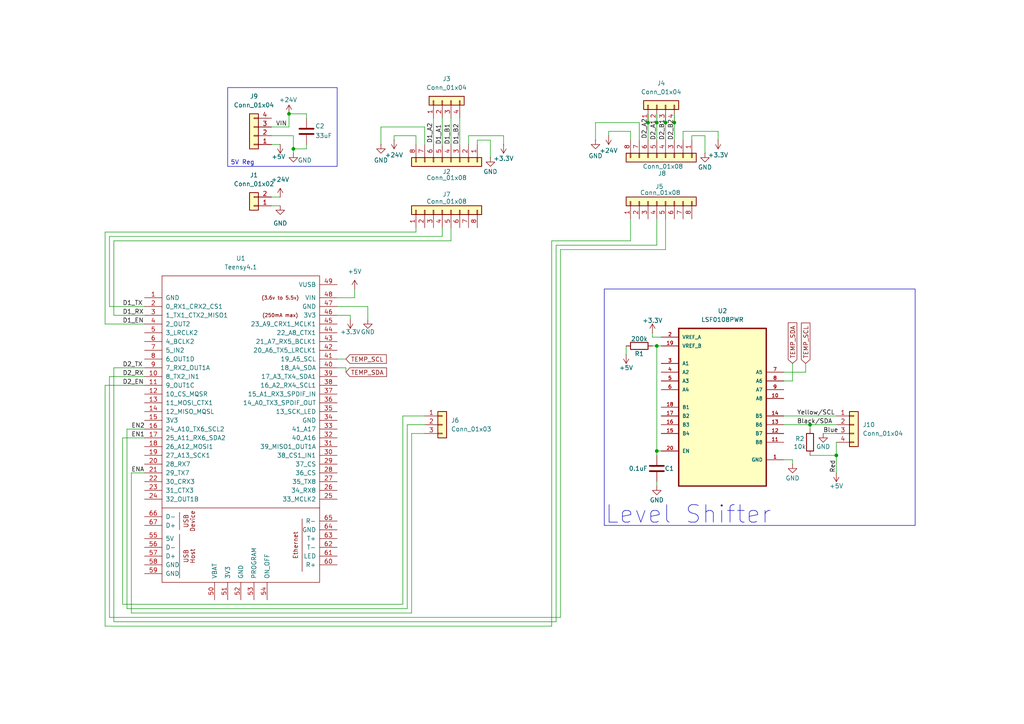
<source format=kicad_sch>
(kicad_sch (version 20231120) (generator "eeschema") (generator_version "8.0")
  (paper "A4")
  (lib_symbols
    (symbol "Connector_Generic:Conn_01x02" (pin_names (offset 1.016) hide)
      (property "Reference" "J" (at 0 2.54 0))
      (property "Value" "Conn_01x02" (at 0 -5.08 0))
      (symbol "Conn_01x02_1_1"
        (rectangle (start -1.27 -2.413) (end 0 -2.667) (stroke (width 0.1524)))
        (rectangle (start -1.27 0.127) (end 0 -0.127) (stroke (width 0.1524)))
        (rectangle (start -1.27 1.27) (end 1.27 -3.81) (stroke (width 0.254)) (fill (type background)))
        (pin passive line (at -5.08 0 0) (length 3.81) (name "Pin_1") (number "1"))
        (pin passive line (at -5.08 -2.54 0) (length 3.81) (name "Pin_2") (number "2"))
      )
    )
    (symbol "Connector_Generic:Conn_01x03" (pin_names (offset 1.016) hide)
      (property "Reference" "J" (at 0 5.08 0))
      (property "Value" "Conn_01x03" (at 0 -5.08 0))
      (symbol "Conn_01x03_1_1"
        (rectangle (start -1.27 -2.413) (end 0 -2.667) (stroke (width 0.1524)))
        (rectangle (start -1.27 0.127) (end 0 -0.127) (stroke (width 0.1524)))
        (rectangle (start -1.27 2.667) (end 0 2.413) (stroke (width 0.1524)))
        (rectangle (start -1.27 3.81) (end 1.27 -3.81) (stroke (width 0.254)) (fill (type background)))
        (pin passive line (at -5.08 2.54 0) (length 3.81) (name "Pin_1") (number "1"))
        (pin passive line (at -5.08 0 0) (length 3.81) (name "Pin_2") (number "2"))
        (pin passive line (at -5.08 -2.54 0) (length 3.81) (name "Pin_3") (number "3"))
      )
    )
    (symbol "Connector_Generic:Conn_01x04" (pin_names (offset 1.016) hide)
      (property "Reference" "J" (at 0 5.08 0))
      (property "Value" "Conn_01x04" (at 0 -7.62 0))
      (symbol "Conn_01x04_1_1"
        (rectangle (start -1.27 -4.953) (end 0 -5.207) (stroke (width 0.1524)))
        (rectangle (start -1.27 -2.413) (end 0 -2.667) (stroke (width 0.1524)))
        (rectangle (start -1.27 0.127) (end 0 -0.127) (stroke (width 0.1524)))
        (rectangle (start -1.27 2.667) (end 0 2.413) (stroke (width 0.1524)))
        (rectangle (start -1.27 3.81) (end 1.27 -6.35) (stroke (width 0.254)) (fill (type background)))
        (pin passive line (at -5.08 2.54 0) (length 3.81) (name "Pin_1") (number "1"))
        (pin passive line (at -5.08 0 0) (length 3.81) (name "Pin_2") (number "2"))
        (pin passive line (at -5.08 -2.54 0) (length 3.81) (name "Pin_3") (number "3"))
        (pin passive line (at -5.08 -5.08 0) (length 3.81) (name "Pin_4") (number "4"))
      )
    )
    (symbol "Connector_Generic:Conn_01x08" (pin_names (offset 1.016) hide)
      (property "Reference" "J" (at 0 10.16 0))
      (property "Value" "Conn_01x08" (at 0 -12.7 0))
      (symbol "Conn_01x08_1_1"
        (rectangle (start -1.27 -10.033) (end 0 -10.287) (stroke (width 0.1524)))
        (rectangle (start -1.27 -7.493) (end 0 -7.747) (stroke (width 0.1524)))
        (rectangle (start -1.27 -4.953) (end 0 -5.207) (stroke (width 0.1524)))
        (rectangle (start -1.27 -2.413) (end 0 -2.667) (stroke (width 0.1524)))
        (rectangle (start -1.27 0.127) (end 0 -0.127) (stroke (width 0.1524)))
        (rectangle (start -1.27 2.667) (end 0 2.413) (stroke (width 0.1524)))
        (rectangle (start -1.27 5.207) (end 0 4.953) (stroke (width 0.1524)))
        (rectangle (start -1.27 7.747) (end 0 7.493) (stroke (width 0.1524)))
        (rectangle (start -1.27 8.89) (end 1.27 -11.43) (stroke (width 0.254)) (fill (type background)))
        (pin passive line (at -5.08 7.62 0) (length 3.81) (name "Pin_1") (number "1"))
        (pin passive line (at -5.08 5.08 0) (length 3.81) (name "Pin_2") (number "2"))
        (pin passive line (at -5.08 2.54 0) (length 3.81) (name "Pin_3") (number "3"))
        (pin passive line (at -5.08 0 0) (length 3.81) (name "Pin_4") (number "4"))
        (pin passive line (at -5.08 -2.54 0) (length 3.81) (name "Pin_5") (number "5"))
        (pin passive line (at -5.08 -5.08 0) (length 3.81) (name "Pin_6") (number "6"))
        (pin passive line (at -5.08 -7.62 0) (length 3.81) (name "Pin_7") (number "7"))
        (pin passive line (at -5.08 -10.16 0) (length 3.81) (name "Pin_8") (number "8"))
      )
    )
    (symbol "Device:C" (pin_numbers hide) (pin_names (offset 0.254))
      (property "Reference" "C" (at 0.635 2.54 0))
      (property "Value" "C" (at 0.635 -2.54 0))
      (symbol "C_0_1"
        (polyline (pts (xy -2.032 -0.762) (xy 2.032 -0.762)) (stroke (width 0.508)))
        (polyline (pts (xy -2.032 0.762) (xy 2.032 0.762)) (stroke (width 0.508)))
      )
      (symbol "C_1_1"
        (pin passive line (at 0 3.81 270) (length 2.794) (name "~") (number "1"))
        (pin passive line (at 0 -3.81 90) (length 2.794) (name "~") (number "2"))
      )
    )
    (symbol "Device:R" (pin_numbers hide) (pin_names (offset 0))
      (property "Reference" "R" (at 2.032 0 90))
      (property "Value" "R" (at 0 0 90))
      (symbol "R_0_1"
        (rectangle (start -1.016 -2.54) (end 1.016 2.54) (stroke (width 0.254)))
      )
      (symbol "R_1_1"
        (pin passive line (at 0 3.81 270) (length 1.27) (name "~") (number "1"))
        (pin passive line (at 0 -3.81 90) (length 1.27) (name "~") (number "2"))
      )
    )
    (symbol "LSF0108PWR:LSF0108PWR" (pin_names (offset 1.016))
      (property "Reference" "U" (at -12.7 23.86 0))
      (property "Value" "LSF0108PWR" (at -12.7 -26.86 0))
      (symbol "LSF0108PWR_0_0"
        (rectangle (start -12.7 -22.86) (end 12.7 22.86) (stroke (width 0.41)) (fill (type background)))
        (pin power_in line (at 17.78 -15.24 180) (length 5.08) (name "GND") (number "1"))
        (pin bidirectional line (at 17.78 2.54 180) (length 5.08) (name "A8") (number "10"))
        (pin bidirectional line (at 17.78 -10.16 180) (length 5.08) (name "B8") (number "11"))
        (pin bidirectional line (at 17.78 -7.62 180) (length 5.08) (name "B7") (number "12"))
        (pin bidirectional line (at 17.78 -5.08 180) (length 5.08) (name "B6") (number "13"))
        (pin bidirectional line (at 17.78 -2.54 180) (length 5.08) (name "B5") (number "14"))
        (pin bidirectional line (at -17.78 -7.62 0) (length 5.08) (name "B4") (number "15"))
        (pin bidirectional line (at -17.78 -5.08 0) (length 5.08) (name "B3") (number "16"))
        (pin bidirectional line (at -17.78 -2.54 0) (length 5.08) (name "B2") (number "17"))
        (pin bidirectional line (at -17.78 0 0) (length 5.08) (name "B1") (number "18"))
        (pin input line (at -17.78 17.78 0) (length 5.08) (name "VREF_B") (number "19"))
        (pin input line (at -17.78 20.32 0) (length 5.08) (name "VREF_A") (number "2"))
        (pin bidirectional line (at -17.78 -12.7 0) (length 5.08) (name "EN") (number "20"))
        (pin bidirectional line (at -17.78 12.7 0) (length 5.08) (name "A1") (number "3"))
        (pin bidirectional line (at -17.78 10.16 0) (length 5.08) (name "A2") (number "4"))
        (pin bidirectional line (at -17.78 7.62 0) (length 5.08) (name "A3") (number "5"))
        (pin bidirectional line (at -17.78 5.08 0) (length 5.08) (name "A4") (number "6"))
        (pin bidirectional line (at 17.78 10.16 180) (length 5.08) (name "A5") (number "7"))
        (pin bidirectional line (at 17.78 7.62 180) (length 5.08) (name "A6") (number "8"))
        (pin bidirectional line (at 17.78 5.08 180) (length 5.08) (name "A7") (number "9"))
      )
    )
    (symbol "power:+24V" (power) (pin_numbers hide) (pin_names (offset 0) hide)
      (property "Value" "+24V" (at 0 3.556 0))
      (symbol "+24V_0_1"
        (polyline (pts (xy -0.762 1.27) (xy 0 2.54)))
        (polyline (pts (xy 0 0) (xy 0 2.54)))
        (polyline (pts (xy 0 2.54) (xy 0.762 1.27)))
      )
      (symbol "+24V_1_1"
        (pin power_in line (at 0 0 90) (length 0) (name "~") (number "1"))
      )
    )
    (symbol "power:+3.3V" (power) (pin_numbers hide) (pin_names (offset 0) hide)
      (property "Value" "+3.3V" (at 0 3.556 0))
      (symbol "+3.3V_0_1"
        (polyline (pts (xy -0.762 1.27) (xy 0 2.54)))
        (polyline (pts (xy 0 0) (xy 0 2.54)))
        (polyline (pts (xy 0 2.54) (xy 0.762 1.27)))
      )
      (symbol "+3.3V_1_1"
        (pin power_in line (at 0 0 90) (length 0) (name "~") (number "1"))
      )
    )
    (symbol "power:+5V" (power) (pin_numbers hide) (pin_names (offset 0) hide)
      (property "Value" "+5V" (at 0 3.556 0))
      (symbol "+5V_0_1"
        (polyline (pts (xy -0.762 1.27) (xy 0 2.54)))
        (polyline (pts (xy 0 0) (xy 0 2.54)))
        (polyline (pts (xy 0 2.54) (xy 0.762 1.27)))
      )
      (symbol "+5V_1_1"
        (pin power_in line (at 0 0 90) (length 0) (name "~") (number "1"))
      )
    )
    (symbol "power:GND" (power) (pin_numbers hide) (pin_names (offset 0) hide)
      (property "Value" "GND" (at 0 -3.81 0))
      (symbol "GND_0_1"
        (polyline (pts (xy 0 0) (xy 0 -1.27) (xy 1.27 -1.27) (xy 0 -2.54) (xy -1.27 -1.27) (xy 0 -1.27)))
      )
      (symbol "GND_1_1"
        (pin power_in line (at 0 0 270) (length 0) (name "~") (number "1"))
      )
    )
    (symbol "teensy:Teensy4.1" (pin_names (offset 1.016))
      (property "Reference" "U" (at 0 64.77 0))
      (property "Value" "Teensy4.1" (at 0 62.23 0))
      (symbol "Teensy4.1_0_0"
        (polyline (pts (xy -22.86 -6.35) (xy 22.86 -6.35)))
        (polyline (pts (xy -17.78 -26.67) (xy -17.78 -13.97)))
        (polyline (pts (xy -17.78 -7.62) (xy -17.78 -12.7)))
        (polyline (pts (xy 17.78 -9.525) (xy 17.78 -24.765)))
        (text "(250mA max)" (at 11.43 49.53 0) (effects (font (size 1.016 1.016))))
        (text "(3.6v to 5.5v)" (at 11.43 54.61 0) (effects (font (size 1.016 1.016))))
        (text "Device" (at -13.97 -10.16 900) (effects (font (size 1.27 1.27))))
        (text "Ethernet" (at 15.875 -17.145 900) (effects (font (size 1.27 1.27))))
        (text "Host" (at -13.97 -20.32 900) (effects (font (size 1.27 1.27))))
        (text "USB" (at -15.875 -20.32 900) (effects (font (size 1.27 1.27))))
        (text "USB" (at -15.875 -10.16 900) (effects (font (size 1.27 1.27))))
        (pin bidirectional line (at -27.94 31.75 0) (length 5.08) (name "8_TX2_IN1") (number "10"))
        (pin bidirectional line (at -27.94 29.21 0) (length 5.08) (name "9_OUT1C") (number "11"))
        (pin bidirectional line (at -27.94 26.67 0) (length 5.08) (name "10_CS_MQSR") (number "12"))
        (pin bidirectional line (at -27.94 24.13 0) (length 5.08) (name "11_MOSI_CTX1") (number "13"))
        (pin bidirectional line (at -27.94 21.59 0) (length 5.08) (name "12_MISO_MQSL") (number "14"))
        (pin power_in line (at -27.94 19.05 0) (length 5.08) (name "3V3") (number "15"))
        (pin bidirectional line (at -27.94 16.51 0) (length 5.08) (name "24_A10_TX6_SCL2") (number "16"))
        (pin bidirectional line (at -27.94 13.97 0) (length 5.08) (name "25_A11_RX6_SDA2") (number "17"))
        (pin bidirectional line (at -27.94 11.43 0) (length 5.08) (name "26_A12_MOSI1") (number "18"))
        (pin bidirectional line (at -27.94 8.89 0) (length 5.08) (name "27_A13_SCK1") (number "19"))
        (pin bidirectional line (at -27.94 6.35 0) (length 5.08) (name "28_RX7") (number "20"))
        (pin bidirectional line (at -27.94 3.81 0) (length 5.08) (name "29_TX7") (number "21"))
        (pin bidirectional line (at -27.94 1.27 0) (length 5.08) (name "30_CRX3") (number "22"))
        (pin bidirectional line (at -27.94 -1.27 0) (length 5.08) (name "31_CTX3") (number "23"))
        (pin bidirectional line (at -27.94 -3.81 0) (length 5.08) (name "32_OUT1B") (number "24"))
        (pin bidirectional line (at 27.94 -3.81 180) (length 5.08) (name "33_MCLK2") (number "25"))
        (pin bidirectional line (at 27.94 -1.27 180) (length 5.08) (name "34_RX8") (number "26"))
        (pin bidirectional line (at 27.94 1.27 180) (length 5.08) (name "35_TX8") (number "27"))
        (pin bidirectional line (at 27.94 3.81 180) (length 5.08) (name "36_CS") (number "28"))
        (pin bidirectional line (at 27.94 6.35 180) (length 5.08) (name "37_CS") (number "29"))
        (pin bidirectional line (at 27.94 8.89 180) (length 5.08) (name "38_CS1_IN1") (number "30"))
        (pin bidirectional line (at 27.94 11.43 180) (length 5.08) (name "39_MISO1_OUT1A") (number "31"))
        (pin bidirectional line (at 27.94 13.97 180) (length 5.08) (name "40_A16") (number "32"))
        (pin bidirectional line (at 27.94 16.51 180) (length 5.08) (name "41_A17") (number "33"))
        (pin bidirectional line (at 27.94 21.59 180) (length 5.08) (name "13_SCK_LED") (number "35"))
        (pin bidirectional line (at 27.94 24.13 180) (length 5.08) (name "14_A0_TX3_SPDIF_OUT") (number "36"))
        (pin bidirectional line (at 27.94 26.67 180) (length 5.08) (name "15_A1_RX3_SPDIF_IN") (number "37"))
        (pin bidirectional line (at 27.94 29.21 180) (length 5.08) (name "16_A2_RX4_SCL1") (number "38"))
        (pin bidirectional line (at 27.94 31.75 180) (length 5.08) (name "17_A3_TX4_SDA1") (number "39"))
        (pin bidirectional line (at 27.94 34.29 180) (length 5.08) (name "18_A4_SDA") (number "40"))
        (pin bidirectional line (at 27.94 36.83 180) (length 5.08) (name "19_A5_SCL") (number "41"))
        (pin bidirectional line (at 27.94 39.37 180) (length 5.08) (name "20_A6_TX5_LRCLK1") (number "42"))
        (pin bidirectional line (at 27.94 41.91 180) (length 5.08) (name "21_A7_RX5_BCLK1") (number "43"))
        (pin bidirectional line (at 27.94 44.45 180) (length 5.08) (name "22_A8_CTX1") (number "44"))
        (pin bidirectional line (at 27.94 46.99 180) (length 5.08) (name "23_A9_CRX1_MCLK1") (number "45"))
        (pin output line (at 27.94 49.53 180) (length 5.08) (name "3V3") (number "46"))
        (pin output line (at 27.94 52.07 180) (length 5.08) (name "GND") (number "47"))
        (pin power_in line (at 27.94 54.61 180) (length 5.08) (name "VIN") (number "48"))
        (pin power_out line (at 27.94 58.42 180) (length 5.08) (name "VUSB") (number "49"))
        (pin bidirectional line (at -27.94 44.45 0) (length 5.08) (name "3_LRCLK2") (number "5"))
        (pin power_in line (at -7.62 -33.02 90) (length 5.08) (name "VBAT") (number "50"))
        (pin power_in line (at -3.81 -33.02 90) (length 5.08) (name "3V3") (number "51"))
        (pin input line (at 0 -33.02 90) (length 5.08) (name "GND") (number "52"))
        (pin input line (at 3.81 -33.02 90) (length 5.08) (name "PROGRAM") (number "53"))
        (pin input line (at 7.62 -33.02 90) (length 5.08) (name "ON_OFF") (number "54"))
        (pin power_out line (at -27.94 -15.24 0) (length 5.08) (name "5V") (number "55"))
        (pin bidirectional line (at -27.94 -17.78 0) (length 5.08) (name "D-") (number "56"))
        (pin bidirectional line (at -27.94 -20.32 0) (length 5.08) (name "D+") (number "57"))
        (pin power_in line (at -27.94 -22.86 0) (length 5.08) (name "GND") (number "58"))
        (pin power_in line (at -27.94 -25.4 0) (length 5.08) (name "GND") (number "59"))
        (pin bidirectional line (at -27.94 41.91 0) (length 5.08) (name "4_BCLK2") (number "6"))
        (pin bidirectional line (at 27.94 -22.86 180) (length 5.08) (name "R+") (number "60"))
        (pin bidirectional line (at 27.94 -20.32 180) (length 5.08) (name "LED") (number "61"))
        (pin bidirectional line (at 27.94 -17.78 180) (length 5.08) (name "T-") (number "62"))
        (pin bidirectional line (at 27.94 -15.24 180) (length 5.08) (name "T+") (number "63"))
        (pin power_in line (at 27.94 -12.7 180) (length 5.08) (name "GND") (number "64"))
        (pin bidirectional line (at 27.94 -10.16 180) (length 5.08) (name "R-") (number "65"))
        (pin bidirectional line (at -27.94 -8.89 0) (length 5.08) (name "D-") (number "66"))
        (pin bidirectional line (at -27.94 -11.43 0) (length 5.08) (name "D+") (number "67"))
        (pin bidirectional line (at -27.94 39.37 0) (length 5.08) (name "5_IN2") (number "7"))
        (pin bidirectional line (at -27.94 36.83 0) (length 5.08) (name "6_OUT1D") (number "8"))
        (pin bidirectional line (at -27.94 34.29 0) (length 5.08) (name "7_RX2_OUT1A") (number "9"))
      )
      (symbol "Teensy4.1_0_1"
        (rectangle (start -22.86 60.96) (end 22.86 -27.94))
        (rectangle (start -20.32 -1.27) (end -20.32 -1.27))
      )
      (symbol "Teensy4.1_1_1"
        (pin power_in line (at -27.94 54.61 0) (length 5.08) (name "GND") (number "1"))
        (pin bidirectional line (at -27.94 52.07 0) (length 5.08) (name "0_RX1_CRX2_CS1") (number "2"))
        (pin bidirectional line (at -27.94 49.53 0) (length 5.08) (name "1_TX1_CTX2_MISO1") (number "3"))
        (pin power_in line (at 27.94 19.05 180) (length 5.08) (name "GND") (number "34"))
        (pin bidirectional line (at -27.94 46.99 0) (length 5.08) (name "2_OUT2") (number "4"))
      )
    )
  )
  (junction (at 85.09 43.18))
  (junction (at 190.5 35.56))
  (junction (at 83.82 33.02))
  (junction (at 242.57 132.08))
  (junction (at 195.58 35.56))
  (junction (at 187.96 35.56))
  (junction (at 190.5 100.33))
  (junction (at 190.5 130.81))
  (junction (at 193.04 35.56))
  (junction (at 234.95 123.19))
  (wire (pts (xy 208.28 38.1) (xy 208.28 40.64)))
  (wire (pts (xy 195.58 35.56) (xy 195.58 40.64)))
  (wire (pts (xy 33.02 91.44) (xy 33.02 69.85)))
  (wire (pts (xy 191.77 97.79) (xy 189.23 97.79)))
  (wire (pts (xy 97.79 91.44) (xy 101.6 91.44)))
  (wire (pts (xy 30.48 93.98) (xy 41.91 93.98)))
  (wire (pts (xy 138.43 40.64) (xy 142.24 40.64)))
  (wire (pts (xy 185.42 35.56) (xy 185.42 40.64)))
  (wire (pts (xy 190.5 130.81) (xy 190.5 132.08)))
  (wire (pts (xy 181.61 100.33) (xy 181.61 102.87)))
  (wire (pts (xy 33.02 106.68) (xy 33.02 180.34)))
  (wire (pts (xy 182.88 69.85) (xy 182.88 63.5)))
  (wire (pts (xy 146.05 39.37) (xy 146.05 41.91)))
  (wire (pts (xy 116.84 175.26) (xy 116.84 120.65)))
  (wire (pts (xy 229.87 133.35) (xy 229.87 134.62)))
  (wire (pts (xy 190.5 71.12) (xy 190.5 63.5)))
  (wire (pts (xy 78.74 57.15) (xy 81.28 57.15)))
  (wire (pts (xy 33.02 91.44) (xy 41.91 91.44)))
  (wire (pts (xy 198.12 40.64) (xy 198.12 38.1)))
  (wire (pts (xy 234.95 123.19) (xy 242.57 123.19)))
  (wire (pts (xy 227.33 123.19) (xy 234.95 123.19)))
  (wire (pts (xy 118.11 176.53) (xy 118.11 123.19)))
  (wire (pts (xy 33.02 180.34) (xy 161.29 180.34)))
  (wire (pts (xy 190.5 33.02) (xy 190.5 35.56)))
  (wire (pts (xy 128.27 66.04) (xy 128.27 68.58)))
  (wire (pts (xy 130.81 66.04) (xy 130.81 69.85)))
  (wire (pts (xy 227.33 133.35) (xy 229.87 133.35)))
  (wire (pts (xy 110.49 36.83) (xy 110.49 41.91)))
  (wire (pts (xy 193.04 63.5) (xy 193.04 72.39)))
  (wire (pts (xy 31.75 88.9) (xy 31.75 68.58)))
  (wire (pts (xy 120.65 41.91) (xy 120.65 39.37)))
  (wire (pts (xy 88.9 33.02) (xy 88.9 34.29)))
  (wire (pts (xy 135.89 39.37) (xy 146.05 39.37)))
  (wire (pts (xy 118.11 123.19) (xy 123.19 123.19)))
  (wire (pts (xy 106.68 88.9) (xy 106.68 92.71)))
  (wire (pts (xy 41.91 124.46) (xy 36.83 124.46)))
  (wire (pts (xy 30.48 67.31) (xy 120.65 67.31)))
  (wire (pts (xy 119.38 177.8) (xy 119.38 125.73)))
  (wire (pts (xy 78.74 59.69) (xy 81.28 59.69)))
  (wire (pts (xy 242.57 128.27) (xy 242.57 132.08)))
  (wire (pts (xy 130.81 34.29) (xy 130.81 41.91)))
  (wire (pts (xy 198.12 38.1) (xy 208.28 38.1)))
  (wire (pts (xy 227.33 120.65) (xy 242.57 120.65)))
  (wire (pts (xy 160.02 69.85) (xy 160.02 181.61)))
  (wire (pts (xy 190.5 100.33) (xy 190.5 130.81)))
  (wire (pts (xy 35.56 175.26) (xy 116.84 175.26)))
  (wire (pts (xy 41.91 137.16) (xy 38.1 137.16)))
  (wire (pts (xy 78.74 41.91) (xy 81.28 41.91)))
  (wire (pts (xy 97.79 106.68) (xy 100.33 106.68)))
  (wire (pts (xy 238.76 125.73) (xy 242.57 125.73)))
  (wire (pts (xy 31.75 109.22) (xy 31.75 179.07)))
  (wire (pts (xy 83.82 33.02) (xy 88.9 33.02)))
  (wire (pts (xy 120.65 66.04) (xy 120.65 67.31)))
  (wire (pts (xy 35.56 127) (xy 35.56 175.26)))
  (wire (pts (xy 233.68 105.41) (xy 233.68 107.95)))
  (wire (pts (xy 41.91 109.22) (xy 31.75 109.22)))
  (wire (pts (xy 176.53 38.1) (xy 182.88 38.1)))
  (wire (pts (xy 38.1 137.16) (xy 38.1 177.8)))
  (wire (pts (xy 97.79 86.36) (xy 102.87 86.36)))
  (wire (pts (xy 123.19 36.83) (xy 123.19 41.91)))
  (wire (pts (xy 229.87 105.41) (xy 229.87 110.49)))
  (wire (pts (xy 234.95 123.19) (xy 234.95 124.46)))
  (wire (pts (xy 101.6 91.44) (xy 101.6 92.71)))
  (wire (pts (xy 190.5 130.81) (xy 191.77 130.81)))
  (wire (pts (xy 187.96 33.02) (xy 187.96 35.56)))
  (wire (pts (xy 41.91 127) (xy 35.56 127)))
  (wire (pts (xy 116.84 120.65) (xy 123.19 120.65)))
  (wire (pts (xy 193.04 35.56) (xy 193.04 40.64)))
  (wire (pts (xy 114.3 39.37) (xy 120.65 39.37)))
  (wire (pts (xy 200.66 39.37) (xy 200.66 40.64)))
  (wire (pts (xy 30.48 111.76) (xy 30.48 181.61)))
  (wire (pts (xy 85.09 43.18) (xy 88.9 43.18)))
  (wire (pts (xy 123.19 36.83) (xy 110.49 36.83)))
  (wire (pts (xy 190.5 35.56) (xy 190.5 40.64)))
  (wire (pts (xy 160.02 69.85) (xy 182.88 69.85)))
  (wire (pts (xy 195.58 33.02) (xy 195.58 35.56)))
  (wire (pts (xy 85.09 43.18) (xy 85.09 44.45)))
  (wire (pts (xy 182.88 40.64) (xy 182.88 38.1)))
  (wire (pts (xy 85.09 39.37) (xy 85.09 43.18)))
  (wire (pts (xy 119.38 125.73) (xy 123.19 125.73)))
  (wire (pts (xy 133.35 34.29) (xy 133.35 41.91)))
  (wire (pts (xy 102.87 83.82) (xy 102.87 86.36)))
  (wire (pts (xy 97.79 104.14) (xy 100.33 104.14)))
  (wire (pts (xy 114.3 39.37) (xy 114.3 40.64)))
  (wire (pts (xy 193.04 33.02) (xy 193.04 35.56)))
  (wire (pts (xy 242.57 132.08) (xy 242.57 137.16)))
  (wire (pts (xy 125.73 34.29) (xy 125.73 41.91)))
  (wire (pts (xy 38.1 177.8) (xy 119.38 177.8)))
  (wire (pts (xy 138.43 40.64) (xy 138.43 41.91)))
  (wire (pts (xy 161.29 71.12) (xy 161.29 180.34)))
  (wire (pts (xy 31.75 179.07) (xy 162.56 179.07)))
  (wire (pts (xy 172.72 35.56) (xy 172.72 40.64)))
  (wire (pts (xy 162.56 72.39) (xy 193.04 72.39)))
  (wire (pts (xy 31.75 68.58) (xy 128.27 68.58)))
  (wire (pts (xy 30.48 67.31) (xy 30.48 93.98)))
  (wire (pts (xy 41.91 111.76) (xy 30.48 111.76)))
  (wire (pts (xy 162.56 72.39) (xy 162.56 179.07)))
  (wire (pts (xy 100.33 106.68) (xy 100.33 107.95)))
  (wire (pts (xy 185.42 35.56) (xy 172.72 35.56)))
  (wire (pts (xy 234.95 132.08) (xy 242.57 132.08)))
  (wire (pts (xy 161.29 71.12) (xy 190.5 71.12)))
  (wire (pts (xy 135.89 41.91) (xy 135.89 39.37)))
  (wire (pts (xy 36.83 176.53) (xy 118.11 176.53)))
  (wire (pts (xy 227.33 110.49) (xy 229.87 110.49)))
  (wire (pts (xy 41.91 106.68) (xy 33.02 106.68)))
  (wire (pts (xy 190.5 139.7) (xy 190.5 140.97)))
  (wire (pts (xy 200.66 39.37) (xy 204.47 39.37)))
  (wire (pts (xy 204.47 39.37) (xy 204.47 44.45)))
  (wire (pts (xy 31.75 88.9) (xy 41.91 88.9)))
  (wire (pts (xy 128.27 34.29) (xy 128.27 41.91)))
  (wire (pts (xy 78.74 39.37) (xy 85.09 39.37)))
  (wire (pts (xy 88.9 41.91) (xy 88.9 43.18)))
  (wire (pts (xy 176.53 38.1) (xy 176.53 39.37)))
  (wire (pts (xy 189.23 100.33) (xy 190.5 100.33)))
  (wire (pts (xy 78.74 36.83) (xy 83.82 36.83)))
  (wire (pts (xy 190.5 100.33) (xy 191.77 100.33)))
  (wire (pts (xy 97.79 88.9) (xy 106.68 88.9)))
  (wire (pts (xy 187.96 35.56) (xy 187.96 40.64)))
  (wire (pts (xy 33.02 69.85) (xy 130.81 69.85)))
  (wire (pts (xy 30.48 181.61) (xy 160.02 181.61)))
  (wire (pts (xy 83.82 33.02) (xy 83.82 36.83)))
  (wire (pts (xy 227.33 107.95) (xy 233.68 107.95)))
  (wire (pts (xy 36.83 124.46) (xy 36.83 176.53)))
  (wire (pts (xy 189.23 96.52) (xy 189.23 97.79)))
  (wire (pts (xy 142.24 40.64) (xy 142.24 45.72)))
  (rectangle (start 175.26 83.82) (end 265.43 152.4))
  (rectangle (start 66.04 25.4) (end 97.79 48.26))
  (text "Level Shifter" (at 199.644 149.352 0) (effects (font (size 5.08 5.08))))
  (text "5V Reg" (at 70.358 47.244 0) (effects (font (size 1.27 1.27))))
  (label "D1_TX" (at 35.56 88.9 0))
  (label "D2_B2" (at 195.58 40.64 90))
  (label "D2_B1" (at 193.04 40.64 90))
  (label "D1_B1" (at 130.81 41.91 90))
  (label "EN2" (at 38.1 124.46 0))
  (label "Yellow{slash}SCL" (at 231.14 120.65 0))
  (label "Red" (at 242.57 133.35 270))
  (label "ENA" (at 38.1 137.16 0))
  (label "D1_EN" (at 35.56 93.98 0))
  (label "Blue" (at 238.76 125.73 0))
  (label "D1_B2" (at 133.35 41.91 90))
  (label "D1_A1" (at 128.27 41.91 90))
  (label "D2_A2" (at 187.96 34.29 270))
  (label "D2_EN" (at 35.56 111.76 0))
  (label "Black{slash}SDA" (at 231.14 123.19 0))
  (label "D1_A2" (at 125.73 35.56 270))
  (label "D1_RX" (at 35.56 91.44 0))
  (label "VIN" (at 80.01 36.83 0))
  (label "D2_TX" (at 35.56 106.68 0))
  (label "D2_RX" (at 35.56 109.22 0))
  (label "EN1" (at 38.1 127 0))
  (label "D2_A1" (at 190.5 40.64 90))
  (global_label "TEMP_SDA" (shape input) (at 229.87 105.41 90) (property "Intersheetrefs" "${INTERSHEET_REFS}" (effects (hide yes))))
  (global_label "TEMP_SCL" (shape input) (at 233.68 105.41 90) (property "Intersheetrefs" "${INTERSHEET_REFS}" (effects (hide yes))))
  (global_label "TEMP_SCL" (shape input) (at 100.33 104.14 0) (property "Intersheetrefs" "${INTERSHEET_REFS}" (effects (hide yes))))
  (global_label "TEMP_SDA" (shape input) (at 100.33 107.95 0) (property "Intersheetrefs" "${INTERSHEET_REFS}" (effects (hide yes))))
  (symbol (lib_id "power:+3.3V") (at 189.23 96.52 0) (unit 1)
    (property "Reference" "#PWR017" (effects (hide yes)))
    (property "Value" "+3.3V" (at 189.23 92.964 0))
    (property "Description" "Power symbol creates a global label with name \"+3.3V\"" (effects (hide yes)))
  )
  (symbol (lib_id "power:+5V") (at 181.61 102.87 180) (unit 1)
    (property "Reference" "#PWR018" (effects (hide yes)))
    (property "Value" "+5V" (at 181.61 106.68 0))
    (property "Description" "Power symbol creates a global label with name \"+5V\"" (effects (hide yes)))
  )
  (symbol (lib_id "power:+5V") (at 102.87 83.82 0) (unit 1)
    (property "Reference" "#PWR014" (effects (hide yes)))
    (property "Value" "+5V" (at 102.87 78.74 0))
    (property "Description" "Power symbol creates a global label with name \"+5V\"" (effects (hide yes)))
  )
  (symbol (lib_id "Connector_Generic:Conn_01x04") (at 128.27 29.21 90) (unit 1)
    (property "Reference" "J3" (at 129.54 22.86 90))
    (property "Value" "Conn_01x04" (at 129.54 25.4 90))
    (property "Footprint" "Connector_JST:JST_EH_B4B-EH-A_1x04_P2.50mm_Vertical" (effects (hide yes)))
    (property "Description" "Generic connector, single row, 01x04, script generated (kicad-library-utils/schlib/autogen/connector/)" (effects (hide yes)))
  )
  (symbol (lib_id "power:GND") (at 229.87 134.62 0) (unit 1)
    (property "Reference" "#PWR020" (effects (hide yes)))
    (property "Value" "GND" (at 229.87 138.684 0))
    (property "Description" "Power symbol creates a global label with name \"GND\" , ground" (effects (hide yes)))
  )
  (symbol (lib_id "power:+24V") (at 176.53 39.37 180) (unit 1)
    (property "Reference" "#PWR06" (effects (hide yes)))
    (property "Value" "+24V" (at 176.53 43.688 0))
    (property "Description" "Power symbol creates a global label with name \"+24V\"" (effects (hide yes)))
  )
  (symbol (lib_id "power:+24V") (at 114.3 40.64 180) (unit 1)
    (property "Reference" "#PWR03" (effects (hide yes)))
    (property "Value" "+24V" (at 114.3 44.958 0))
    (property "Description" "Power symbol creates a global label with name \"+24V\"" (effects (hide yes)))
  )
  (symbol (lib_id "power:GND") (at 106.68 92.71 0) (unit 1)
    (property "Reference" "#PWR015" (effects (hide yes)))
    (property "Value" "GND" (at 106.68 96.266 0))
    (property "Description" "Power symbol creates a global label with name \"GND\" , ground" (effects (hide yes)))
  )
  (symbol (lib_id "Connector_Generic:Conn_01x04") (at 73.66 39.37 180) (unit 1)
    (property "Reference" "J9" (at 73.66 27.94 0))
    (property "Value" "Conn_01x04" (at 73.66 30.48 0))
    (property "Footprint" "Connector_PinSocket_2.54mm:PinSocket_1x04_P2.54mm_Vertical" (effects (hide yes)))
    (property "Description" "Generic connector, single row, 01x04, script generated (kicad-library-utils/schlib/autogen/connector/)" (effects (hide yes)))
  )
  (symbol (lib_id "teensy:Teensy4.1") (at 69.85 140.97 0) (unit 1)
    (property "Reference" "U1" (at 69.85 74.93 0))
    (property "Value" "Teensy4.1" (at 69.85 77.47 0))
    (property "Footprint" "teensy:Teensy41" (effects (hide yes)))
  )
  (symbol (lib_id "power:+24V") (at 81.28 57.15 0) (unit 1)
    (property "Reference" "#PWR01" (effects (hide yes)))
    (property "Value" "+24V" (at 81.28 52.07 0))
    (property "Description" "Power symbol creates a global label with name \"+24V\"" (effects (hide yes)))
  )
  (symbol (lib_id "power:+24V") (at 83.82 33.02 0) (unit 1)
    (property "Reference" "#PWR011" (effects (hide yes)))
    (property "Value" "+24V" (at 83.566 28.956 0))
    (property "Description" "Power symbol creates a global label with name \"+24V\"" (effects (hide yes)))
  )
  (symbol (lib_id "power:+5V") (at 242.57 137.16 180) (unit 1)
    (property "Reference" "#PWR022" (effects (hide yes)))
    (property "Value" "+5V" (at 242.57 140.97 0))
    (property "Description" "Power symbol creates a global label with name \"+5V\"" (effects (hide yes)))
  )
  (symbol (lib_id "Connector_Generic:Conn_01x08") (at 128.27 60.96 90) (unit 1)
    (property "Reference" "J7" (at 129.54 56.388 90))
    (property "Value" "Conn_01x08" (at 129.54 58.42 90))
    (property "Footprint" "Connector_PinSocket_2.54mm:PinSocket_1x08_P2.54mm_Vertical" (effects (hide yes)))
    (property "Description" "Generic connector, single row, 01x08, script generated (kicad-library-utils/schlib/autogen/connector/)" (effects (hide yes)))
  )
  (symbol (lib_id "Device:R") (at 185.42 100.33 90) (unit 1)
    (property "Reference" "R1" (at 185.42 102.616 90))
    (property "Value" "200k" (at 185.42 98.298 90))
    (property "Footprint" "Resistor_SMD:R_0603_1608Metric" (effects (hide yes)))
    (property "Description" "Resistor" (effects (hide yes)))
  )
  (symbol (lib_id "power:+3.3V") (at 208.28 40.64 180) (unit 1)
    (property "Reference" "#PWR010" (effects (hide yes)))
    (property "Value" "+3.3V" (at 208.28 44.958 0))
    (property "Description" "Power symbol creates a global label with name \"+3.3V\"" (effects (hide yes)))
  )
  (symbol (lib_id "Connector_Generic:Conn_01x03") (at 128.27 123.19 0) (unit 1)
    (property "Reference" "J6" (at 130.81 121.9199 0) (effects (justify left)))
    (property "Value" "Conn_01x03" (at 130.81 124.4599 0) (effects (justify left)))
    (property "Footprint" "Connector_JST:JST_EH_B3B-EH-A_1x03_P2.50mm_Vertical" (effects (hide yes)))
    (property "Description" "Generic connector, single row, 01x03, script generated (kicad-library-utils/schlib/autogen/connector/)" (effects (hide yes)))
  )
  (symbol (lib_id "Device:C") (at 190.5 135.89 0) (unit 1)
    (property "Reference" "C1" (at 192.786 135.89 0) (effects (justify left)))
    (property "Value" "0.1uF" (at 182.372 135.89 0) (effects (justify left)))
    (property "Footprint" "Capacitor_SMD:C_0603_1608Metric" (effects (hide yes)))
    (property "Description" "Unpolarized capacitor" (effects (hide yes)))
  )
  (symbol (lib_id "power:GND") (at 85.09 44.45 0) (unit 1)
    (property "Reference" "#PWR012" (effects (hide yes)))
    (property "Value" "GND" (at 88.392 46.482 0))
    (property "Description" "Power symbol creates a global label with name \"GND\" , ground" (effects (hide yes)))
  )
  (symbol (lib_id "power:GND") (at 238.76 125.73 0) (unit 1)
    (property "Reference" "#PWR021" (effects (hide yes)))
    (property "Value" "GND" (at 238.76 129.54 0))
    (property "Description" "Power symbol creates a global label with name \"GND\" , ground" (effects (hide yes)))
  )
  (symbol (lib_id "power:GND") (at 81.28 59.69 0) (unit 1)
    (property "Reference" "#PWR02" (effects (hide yes)))
    (property "Value" "GND" (at 81.28 64.77 0))
    (property "Description" "Power symbol creates a global label with name \"GND\" , ground" (effects (hide yes)))
  )
  (symbol (lib_id "Connector_Generic:Conn_01x08") (at 190.5 58.42 90) (unit 1)
    (property "Reference" "J5" (at 191.262 54.102 90))
    (property "Value" "Conn_01x08" (at 191.516 55.88 90))
    (property "Footprint" "Connector_PinSocket_2.54mm:PinSocket_1x08_P2.54mm_Vertical" (effects (hide yes)))
    (property "Description" "Generic connector, single row, 01x08, script generated (kicad-library-utils/schlib/autogen/connector/)" (effects (hide yes)))
  )
  (symbol (lib_id "Connector_Generic:Conn_01x04") (at 247.65 123.19 0) (unit 1)
    (property "Reference" "J10" (at 250.19 123.1899 0) (effects (justify left)))
    (property "Value" "Conn_01x04" (at 250.19 125.7299 0) (effects (justify left)))
    (property "Footprint" "Connector_JST:JST_EH_B4B-EH-A_1x04_P2.50mm_Vertical" (effects (hide yes)))
    (property "Description" "Generic connector, single row, 01x04, script generated (kicad-library-utils/schlib/autogen/connector/)" (effects (hide yes)))
  )
  (symbol (lib_id "power:GND") (at 110.49 41.91 0) (unit 1)
    (property "Reference" "#PWR04" (effects (hide yes)))
    (property "Value" "GND" (at 110.49 46.482 0))
    (property "Description" "Power symbol creates a global label with name \"GND\" , ground" (effects (hide yes)))
  )
  (symbol (lib_id "Connector_Generic:Conn_01x08") (at 130.81 46.99 270) (unit 1)
    (property "Reference" "J2" (at 129.54 49.784 90))
    (property "Value" "Conn_01x08" (at 129.54 51.562 90))
    (property "Footprint" "Connector_PinSocket_2.54mm:PinSocket_1x08_P2.54mm_Vertical" (effects (hide yes)))
    (property "Description" "Generic connector, single row, 01x08, script generated (kicad-library-utils/schlib/autogen/connector/)" (effects (hide yes)))
  )
  (symbol (lib_id "power:GND") (at 142.24 45.72 0) (unit 1)
    (property "Reference" "#PWR05" (effects (hide yes)))
    (property "Value" "GND" (at 142.24 49.784 0))
    (property "Description" "Power symbol creates a global label with name \"GND\" , ground" (effects (hide yes)))
  )
  (symbol (lib_id "power:GND") (at 190.5 140.97 0) (unit 1)
    (property "Reference" "#PWR019" (effects (hide yes)))
    (property "Value" "GND" (at 190.5 145.034 0))
    (property "Description" "Power symbol creates a global label with name \"GND\" , ground" (effects (hide yes)))
  )
  (symbol (lib_id "power:+3.3V") (at 146.05 41.91 180) (unit 1)
    (property "Reference" "#PWR09" (effects (hide yes)))
    (property "Value" "+3.3V" (at 146.05 45.974 0))
    (property "Description" "Power symbol creates a global label with name \"+3.3V\"" (effects (hide yes)))
  )
  (symbol (lib_id "power:+3.3V") (at 101.6 92.71 180) (unit 1)
    (property "Reference" "#PWR016" (effects (hide yes)))
    (property "Value" "+3.3V" (at 101.6 96.266 0))
    (property "Description" "Power symbol creates a global label with name \"+3.3V\"" (effects (hide yes)))
  )
  (symbol (lib_id "power:+5V") (at 81.28 41.91 180) (unit 1)
    (property "Reference" "#PWR013" (effects (hide yes)))
    (property "Value" "+5V" (at 80.772 45.466 0))
    (property "Description" "Power symbol creates a global label with name \"+5V\"" (effects (hide yes)))
  )
  (symbol (lib_id "Connector_Generic:Conn_01x02") (at 73.66 59.69 180) (unit 1)
    (property "Reference" "J1" (at 73.66 50.8 0))
    (property "Value" "Conn_01x02" (at 73.66 53.34 0))
    (property "Footprint" "Connector_JST:JST_EH_B2B-EH-A_1x02_P2.50mm_Vertical" (effects (hide yes)))
    (property "Description" "Generic connector, single row, 01x02, script generated (kicad-library-utils/schlib/autogen/connector/)" (effects (hide yes)))
  )
  (symbol (lib_id "Connector_Generic:Conn_01x04") (at 190.5 30.48 90) (unit 1)
    (property "Reference" "J4" (at 191.77 24.13 90))
    (property "Value" "Conn_01x04" (at 191.77 26.67 90))
    (property "Footprint" "Connector_JST:JST_EH_B4B-EH-A_1x04_P2.50mm_Vertical" (effects (hide yes)))
    (property "Description" "Generic connector, single row, 01x04, script generated (kicad-library-utils/schlib/autogen/connector/)" (effects (hide yes)))
  )
  (symbol (lib_id "Device:C") (at 88.9 38.1 0) (unit 1)
    (property "Reference" "C2" (at 91.44 36.576 0) (effects (justify left)))
    (property "Value" "33uF" (at 91.44 39.37 0) (effects (justify left)))
    (property "Footprint" "Capacitor_SMD:C_0805_2012Metric" (effects (hide yes)))
    (property "Description" "Unpolarized capacitor" (effects (hide yes)))
  )
  (symbol (lib_id "LSF0108PWR:LSF0108PWR") (at 209.55 118.11 0) (unit 1)
    (property "Reference" "U2" (at 209.55 90.17 0))
    (property "Value" "LSF0108PWR" (at 209.55 92.71 0))
    (property "Footprint" "Package_SO:TSSOP-20_4.4x6.5mm_P0.65mm" (effects (hide yes)))
    (property "MF" "Texas Instruments" (effects (hide yes)))
    (property "Description_1" "\nOctal bidirectional multi-voltage-level translator\n" (effects (hide yes)))
    (property "Package" "TSSOP-20 Texas Instruments" (effects (hide yes)))
    (property "Price" "None" (effects (hide yes)))
    (property "SnapEDA_Link" "https://www.snapeda.com/parts/LSF0108PWR/Texas+Instruments/view-part/?ref=snap" (effects (hide yes)))
    (property "MP" "LSF0108PWR" (effects (hide yes)))
    (property "Purchase-URL" "https://www.snapeda.com/api/url_track_click_mouser/?unipart_id=353489&manufacturer=Texas Instruments&part_name=LSF0108PWR&search_term=lsf0108" (effects (hide yes)))
    (property "Availability" "In Stock" (effects (hide yes)))
    (property "Check_prices" "https://www.snapeda.com/parts/LSF0108PWR/Texas+Instruments/view-part/?ref=eda" (effects (hide yes)))
  )
  (symbol (lib_id "power:GND") (at 172.72 40.64 0) (unit 1)
    (property "Reference" "#PWR07" (effects (hide yes)))
    (property "Value" "GND" (at 172.72 45.212 0))
    (property "Description" "Power symbol creates a global label with name \"GND\" , ground" (effects (hide yes)))
  )
  (symbol (lib_id "Connector_Generic:Conn_01x08") (at 193.04 45.72 270) (unit 1)
    (property "Reference" "J8" (at 192.024 50.292 90))
    (property "Value" "Conn_01x08" (at 192.278 48.26 90))
    (property "Footprint" "Connector_PinSocket_2.54mm:PinSocket_1x08_P2.54mm_Vertical" (effects (hide yes)))
    (property "Description" "Generic connector, single row, 01x08, script generated (kicad-library-utils/schlib/autogen/connector/)" (effects (hide yes)))
  )
  (symbol (lib_id "power:GND") (at 204.47 44.45 0) (unit 1)
    (property "Reference" "#PWR08" (effects (hide yes)))
    (property "Value" "GND" (at 204.47 48.514 0))
    (property "Description" "Power symbol creates a global label with name \"GND\" , ground" (effects (hide yes)))
  )
  (symbol (lib_id "Device:R") (at 234.95 128.27 0) (unit 1)
    (property "Reference" "R2" (at 230.632 127.254 0) (effects (justify left)))
    (property "Value" "10k" (at 230.124 129.54 0) (effects (justify left)))
    (property "Footprint" "Resistor_SMD:R_0603_1608Metric" (effects (hide yes)))
    (property "Description" "Resistor" (effects (hide yes)))
  )
)
</source>
